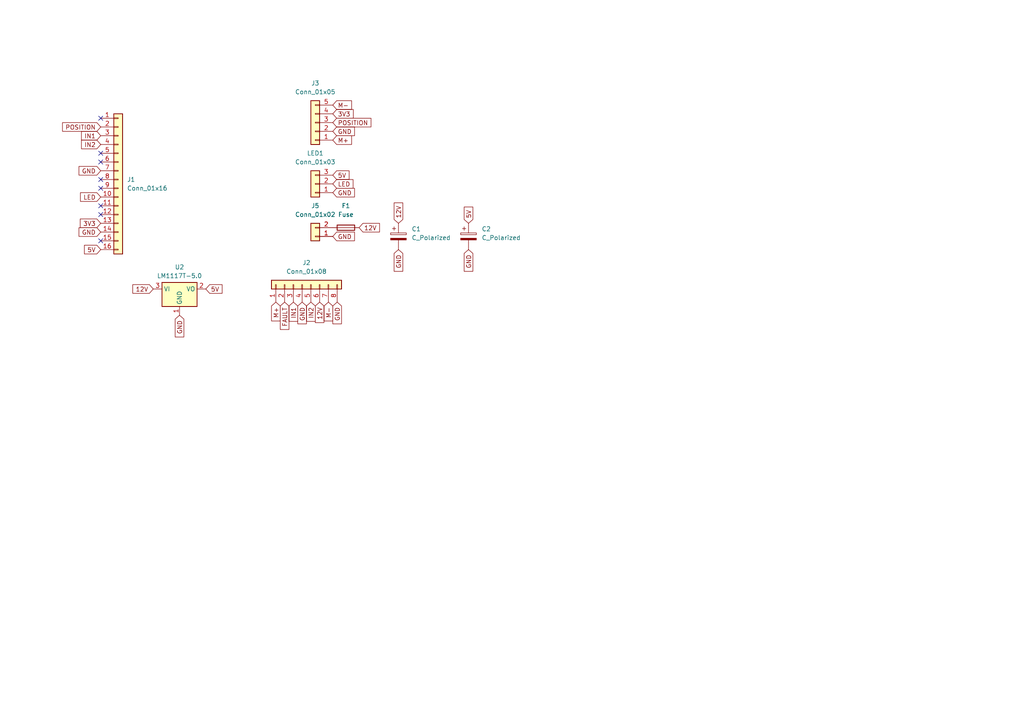
<source format=kicad_sch>
(kicad_sch (version 20231120) (generator "eeschema") (generator_version "8.0")
  (paper "A4")
  (lib_symbols
    (symbol "Connector_Generic:Conn_01x02" (pin_names (offset 1.016) hide)
      (property "Reference" "J" (at 0 2.54 0))
      (property "Value" "Conn_01x02" (at 0 -5.08 0))
      (symbol "Conn_01x02_1_1"
        (rectangle (start -1.27 -2.413) (end 0 -2.667) (stroke (width 0.1524)))
        (rectangle (start -1.27 0.127) (end 0 -0.127) (stroke (width 0.1524)))
        (rectangle (start -1.27 1.27) (end 1.27 -3.81) (stroke (width 0.254)) (fill (type background)))
        (pin passive line (at -5.08 0 0) (length 3.81) (name "Pin_1") (number "1"))
        (pin passive line (at -5.08 -2.54 0) (length 3.81) (name "Pin_2") (number "2"))
      )
    )
    (symbol "Connector_Generic:Conn_01x03" (pin_names (offset 1.016) hide)
      (property "Reference" "J" (at 0 5.08 0))
      (property "Value" "Conn_01x03" (at 0 -5.08 0))
      (symbol "Conn_01x03_1_1"
        (rectangle (start -1.27 -2.413) (end 0 -2.667) (stroke (width 0.1524)))
        (rectangle (start -1.27 0.127) (end 0 -0.127) (stroke (width 0.1524)))
        (rectangle (start -1.27 2.667) (end 0 2.413) (stroke (width 0.1524)))
        (rectangle (start -1.27 3.81) (end 1.27 -3.81) (stroke (width 0.254)) (fill (type background)))
        (pin passive line (at -5.08 2.54 0) (length 3.81) (name "Pin_1") (number "1"))
        (pin passive line (at -5.08 0 0) (length 3.81) (name "Pin_2") (number "2"))
        (pin passive line (at -5.08 -2.54 0) (length 3.81) (name "Pin_3") (number "3"))
      )
    )
    (symbol "Connector_Generic:Conn_01x05" (pin_names (offset 1.016) hide)
      (property "Reference" "J" (at 0 7.62 0))
      (property "Value" "Conn_01x05" (at 0 -7.62 0))
      (symbol "Conn_01x05_1_1"
        (rectangle (start -1.27 -4.953) (end 0 -5.207) (stroke (width 0.1524)))
        (rectangle (start -1.27 -2.413) (end 0 -2.667) (stroke (width 0.1524)))
        (rectangle (start -1.27 0.127) (end 0 -0.127) (stroke (width 0.1524)))
        (rectangle (start -1.27 2.667) (end 0 2.413) (stroke (width 0.1524)))
        (rectangle (start -1.27 5.207) (end 0 4.953) (stroke (width 0.1524)))
        (rectangle (start -1.27 6.35) (end 1.27 -6.35) (stroke (width 0.254)) (fill (type background)))
        (pin passive line (at -5.08 5.08 0) (length 3.81) (name "Pin_1") (number "1"))
        (pin passive line (at -5.08 2.54 0) (length 3.81) (name "Pin_2") (number "2"))
        (pin passive line (at -5.08 0 0) (length 3.81) (name "Pin_3") (number "3"))
        (pin passive line (at -5.08 -2.54 0) (length 3.81) (name "Pin_4") (number "4"))
        (pin passive line (at -5.08 -5.08 0) (length 3.81) (name "Pin_5") (number "5"))
      )
    )
    (symbol "Connector_Generic:Conn_01x08" (pin_names (offset 1.016) hide)
      (property "Reference" "J" (at 0 10.16 0))
      (property "Value" "Conn_01x08" (at 0 -12.7 0))
      (symbol "Conn_01x08_1_1"
        (rectangle (start -1.27 -10.033) (end 0 -10.287) (stroke (width 0.1524)))
        (rectangle (start -1.27 -7.493) (end 0 -7.747) (stroke (width 0.1524)))
        (rectangle (start -1.27 -4.953) (end 0 -5.207) (stroke (width 0.1524)))
        (rectangle (start -1.27 -2.413) (end 0 -2.667) (stroke (width 0.1524)))
        (rectangle (start -1.27 0.127) (end 0 -0.127) (stroke (width 0.1524)))
        (rectangle (start -1.27 2.667) (end 0 2.413) (stroke (width 0.1524)))
        (rectangle (start -1.27 5.207) (end 0 4.953) (stroke (width 0.1524)))
        (rectangle (start -1.27 7.747) (end 0 7.493) (stroke (width 0.1524)))
        (rectangle (start -1.27 8.89) (end 1.27 -11.43) (stroke (width 0.254)) (fill (type background)))
        (pin passive line (at -5.08 7.62 0) (length 3.81) (name "Pin_1") (number "1"))
        (pin passive line (at -5.08 5.08 0) (length 3.81) (name "Pin_2") (number "2"))
        (pin passive line (at -5.08 2.54 0) (length 3.81) (name "Pin_3") (number "3"))
        (pin passive line (at -5.08 0 0) (length 3.81) (name "Pin_4") (number "4"))
        (pin passive line (at -5.08 -2.54 0) (length 3.81) (name "Pin_5") (number "5"))
        (pin passive line (at -5.08 -5.08 0) (length 3.81) (name "Pin_6") (number "6"))
        (pin passive line (at -5.08 -7.62 0) (length 3.81) (name "Pin_7") (number "7"))
        (pin passive line (at -5.08 -10.16 0) (length 3.81) (name "Pin_8") (number "8"))
      )
    )
    (symbol "Connector_Generic:Conn_01x16" (pin_names (offset 1.016) hide)
      (property "Reference" "J" (at 0 20.32 0))
      (property "Value" "Conn_01x16" (at 0 -22.86 0))
      (symbol "Conn_01x16_1_1"
        (rectangle (start -1.27 -20.193) (end 0 -20.447) (stroke (width 0.1524)))
        (rectangle (start -1.27 -17.653) (end 0 -17.907) (stroke (width 0.1524)))
        (rectangle (start -1.27 -15.113) (end 0 -15.367) (stroke (width 0.1524)))
        (rectangle (start -1.27 -12.573) (end 0 -12.827) (stroke (width 0.1524)))
        (rectangle (start -1.27 -10.033) (end 0 -10.287) (stroke (width 0.1524)))
        (rectangle (start -1.27 -7.493) (end 0 -7.747) (stroke (width 0.1524)))
        (rectangle (start -1.27 -4.953) (end 0 -5.207) (stroke (width 0.1524)))
        (rectangle (start -1.27 -2.413) (end 0 -2.667) (stroke (width 0.1524)))
        (rectangle (start -1.27 0.127) (end 0 -0.127) (stroke (width 0.1524)))
        (rectangle (start -1.27 2.667) (end 0 2.413) (stroke (width 0.1524)))
        (rectangle (start -1.27 5.207) (end 0 4.953) (stroke (width 0.1524)))
        (rectangle (start -1.27 7.747) (end 0 7.493) (stroke (width 0.1524)))
        (rectangle (start -1.27 10.287) (end 0 10.033) (stroke (width 0.1524)))
        (rectangle (start -1.27 12.827) (end 0 12.573) (stroke (width 0.1524)))
        (rectangle (start -1.27 15.367) (end 0 15.113) (stroke (width 0.1524)))
        (rectangle (start -1.27 17.907) (end 0 17.653) (stroke (width 0.1524)))
        (rectangle (start -1.27 19.05) (end 1.27 -21.59) (stroke (width 0.254)) (fill (type background)))
        (pin passive line (at -5.08 17.78 0) (length 3.81) (name "Pin_1") (number "1"))
        (pin passive line (at -5.08 -5.08 0) (length 3.81) (name "Pin_10") (number "10"))
        (pin passive line (at -5.08 -7.62 0) (length 3.81) (name "Pin_11") (number "11"))
        (pin passive line (at -5.08 -10.16 0) (length 3.81) (name "Pin_12") (number "12"))
        (pin passive line (at -5.08 -12.7 0) (length 3.81) (name "Pin_13") (number "13"))
        (pin passive line (at -5.08 -15.24 0) (length 3.81) (name "Pin_14") (number "14"))
        (pin passive line (at -5.08 -17.78 0) (length 3.81) (name "Pin_15") (number "15"))
        (pin passive line (at -5.08 -20.32 0) (length 3.81) (name "Pin_16") (number "16"))
        (pin passive line (at -5.08 15.24 0) (length 3.81) (name "Pin_2") (number "2"))
        (pin passive line (at -5.08 12.7 0) (length 3.81) (name "Pin_3") (number "3"))
        (pin passive line (at -5.08 10.16 0) (length 3.81) (name "Pin_4") (number "4"))
        (pin passive line (at -5.08 7.62 0) (length 3.81) (name "Pin_5") (number "5"))
        (pin passive line (at -5.08 5.08 0) (length 3.81) (name "Pin_6") (number "6"))
        (pin passive line (at -5.08 2.54 0) (length 3.81) (name "Pin_7") (number "7"))
        (pin passive line (at -5.08 0 0) (length 3.81) (name "Pin_8") (number "8"))
        (pin passive line (at -5.08 -2.54 0) (length 3.81) (name "Pin_9") (number "9"))
      )
    )
    (symbol "Device:C_Polarized" (pin_numbers hide) (pin_names (offset 0.254))
      (property "Reference" "C" (at 0.635 2.54 0))
      (property "Value" "C_Polarized" (at 0.635 -2.54 0))
      (symbol "C_Polarized_0_1"
        (rectangle (start -2.286 0.508) (end 2.286 1.016))
        (polyline (pts (xy -1.778 2.286) (xy -0.762 2.286)))
        (polyline (pts (xy -1.27 2.794) (xy -1.27 1.778)))
        (rectangle (start 2.286 -0.508) (end -2.286 -1.016) (fill (type outline)))
      )
      (symbol "C_Polarized_1_1"
        (pin passive line (at 0 3.81 270) (length 2.794) (name "~") (number "1"))
        (pin passive line (at 0 -3.81 90) (length 2.794) (name "~") (number "2"))
      )
    )
    (symbol "Device:Fuse" (pin_numbers hide) (pin_names (offset 0))
      (property "Reference" "F" (at 2.032 0 90))
      (property "Value" "Fuse" (at -1.905 0 90))
      (symbol "Fuse_0_1"
        (rectangle (start -0.762 -2.54) (end 0.762 2.54) (stroke (width 0.254)))
        (polyline (pts (xy 0 2.54) (xy 0 -2.54)))
      )
      (symbol "Fuse_1_1"
        (pin passive line (at 0 3.81 270) (length 1.27) (name "~") (number "1"))
        (pin passive line (at 0 -3.81 90) (length 1.27) (name "~") (number "2"))
      )
    )
    (symbol "Regulator_Linear:LM1117T-5.0"
      (property "Reference" "U" (at -3.81 3.175 0))
      (property "Value" "LM1117T-5.0" (at 0 3.175 0))
      (symbol "LM1117T-5.0_0_1"
        (rectangle (start -5.08 -5.08) (end 5.08 1.905) (stroke (width 0.254)) (fill (type background)))
      )
      (symbol "LM1117T-5.0_1_1"
        (pin power_in line (at 0 -7.62 90) (length 2.54) (name "GND") (number "1"))
        (pin power_out line (at 7.62 0 180) (length 2.54) (name "VO") (number "2"))
        (pin power_in line (at -7.62 0 0) (length 2.54) (name "VI") (number "3"))
      )
    )
  )
  (no_connect (at 29.21 52.07))
  (no_connect (at 29.21 46.99))
  (no_connect (at 29.21 62.23))
  (no_connect (at 29.21 44.45))
  (no_connect (at 29.21 69.85))
  (no_connect (at 29.21 34.29))
  (no_connect (at 29.21 59.69))
  (no_connect (at 29.21 54.61))
  (global_label "GND" (shape input) (at 135.89 72.39 270) (property "Intersheetrefs" "${INTERSHEET_REFS}" (effects (hide yes))))
  (global_label "POSITION" (shape input) (at 29.21 36.83 180) (property "Intersheetrefs" "${INTERSHEET_REFS}" (effects (hide yes))))
  (global_label "12V" (shape input) (at 115.57 64.77 90) (property "Intersheetrefs" "${INTERSHEET_REFS}" (effects (hide yes))))
  (global_label "IN2" (shape input) (at 29.21 41.91 180) (property "Intersheetrefs" "${INTERSHEET_REFS}" (effects (hide yes))))
  (global_label "5V" (shape input) (at 135.89 64.77 90) (property "Intersheetrefs" "${INTERSHEET_REFS}" (effects (hide yes))))
  (global_label "5V" (shape input) (at 59.69 83.82 0) (property "Intersheetrefs" "${INTERSHEET_REFS}" (effects (hide yes))))
  (global_label "5V" (shape input) (at 29.21 72.39 180) (property "Intersheetrefs" "${INTERSHEET_REFS}" (effects (hide yes))))
  (global_label "GND" (shape input) (at 115.57 72.39 270) (property "Intersheetrefs" "${INTERSHEET_REFS}" (effects (hide yes))))
  (global_label "POSITION" (shape input) (at 96.52 35.56 0) (property "Intersheetrefs" "${INTERSHEET_REFS}" (effects (hide yes))))
  (global_label "12V" (shape input) (at 92.71 87.63 270) (property "Intersheetrefs" "${INTERSHEET_REFS}" (effects (hide yes))))
  (global_label "3V3" (shape input) (at 96.52 33.02 0) (property "Intersheetrefs" "${INTERSHEET_REFS}" (effects (hide yes))))
  (global_label "M-" (shape input) (at 95.25 87.63 270) (property "Intersheetrefs" "${INTERSHEET_REFS}" (effects (hide yes))))
  (global_label "LED" (shape input) (at 29.21 57.15 180) (property "Intersheetrefs" "${INTERSHEET_REFS}" (effects (hide yes))))
  (global_label "GND" (shape input) (at 87.63 87.63 270) (property "Intersheetrefs" "${INTERSHEET_REFS}" (effects (hide yes))))
  (global_label "5V" (shape input) (at 96.52 50.8 0) (property "Intersheetrefs" "${INTERSHEET_REFS}" (effects (hide yes))))
  (global_label "GND" (shape input) (at 96.52 68.58 0) (property "Intersheetrefs" "${INTERSHEET_REFS}" (effects (hide yes))))
  (global_label "GND" (shape input) (at 97.79 87.63 270) (property "Intersheetrefs" "${INTERSHEET_REFS}" (effects (hide yes))))
  (global_label "IN1" (shape input) (at 85.09 87.63 270) (property "Intersheetrefs" "${INTERSHEET_REFS}" (effects (hide yes))))
  (global_label "M+" (shape input) (at 80.01 87.63 270) (property "Intersheetrefs" "${INTERSHEET_REFS}" (effects (hide yes))))
  (global_label "GND" (shape input) (at 96.52 55.88 0) (property "Intersheetrefs" "${INTERSHEET_REFS}" (effects (hide yes))))
  (global_label "GND" (shape input) (at 29.21 67.31 180) (property "Intersheetrefs" "${INTERSHEET_REFS}" (effects (hide yes))))
  (global_label "IN1" (shape input) (at 29.21 39.37 180) (property "Intersheetrefs" "${INTERSHEET_REFS}" (effects (hide yes))))
  (global_label "3V3" (shape input) (at 29.21 64.77 180) (property "Intersheetrefs" "${INTERSHEET_REFS}" (effects (hide yes))))
  (global_label "M+" (shape input) (at 96.52 40.64 0) (property "Intersheetrefs" "${INTERSHEET_REFS}" (effects (hide yes))))
  (global_label "GND" (shape input) (at 29.21 49.53 180) (property "Intersheetrefs" "${INTERSHEET_REFS}" (effects (hide yes))))
  (global_label "LED" (shape input) (at 96.52 53.34 0) (property "Intersheetrefs" "${INTERSHEET_REFS}" (effects (hide yes))))
  (global_label "GND" (shape input) (at 52.07 91.44 270) (property "Intersheetrefs" "${INTERSHEET_REFS}" (effects (hide yes))))
  (global_label "12V" (shape input) (at 104.14 66.04 0) (property "Intersheetrefs" "${INTERSHEET_REFS}" (effects (hide yes))))
  (global_label "FAULT" (shape input) (at 82.55 87.63 270) (property "Intersheetrefs" "${INTERSHEET_REFS}" (effects (hide yes))))
  (global_label "12V" (shape input) (at 44.45 83.82 180) (property "Intersheetrefs" "${INTERSHEET_REFS}" (effects (hide yes))))
  (global_label "IN2" (shape input) (at 90.17 87.63 270) (property "Intersheetrefs" "${INTERSHEET_REFS}" (effects (hide yes))))
  (global_label "M-" (shape input) (at 96.52 30.48 0) (property "Intersheetrefs" "${INTERSHEET_REFS}" (effects (hide yes))))
  (global_label "GND" (shape input) (at 96.52 38.1 0) (property "Intersheetrefs" "${INTERSHEET_REFS}" (effects (hide yes))))
  (symbol (lib_id "Connector_Generic:Conn_01x08") (at 87.63 82.55 90) (unit 1)
    (property "Reference" "J2" (at 88.9 76.2 90))
    (property "Value" "Conn_01x08" (at 88.9 78.74 90))
    (property "Footprint" "tle5205:DPAK127P1500X440-8N" (effects (hide yes)))
    (property "Description" "Generic connector, single row, 01x08, script generated (kicad-library-utils/schlib/autogen/connector/)" (effects (hide yes)))
  )
  (symbol (lib_id "Device:C_Polarized") (at 135.89 68.58 0) (unit 1)
    (property "Reference" "C2" (at 139.7 66.4209 0) (effects (justify left)))
    (property "Value" "C_Polarized" (at 139.7 68.9609 0) (effects (justify left)))
    (property "Footprint" "Capacitor_THT:CP_Radial_D10.0mm_P7.50mm" (effects (hide yes)))
    (property "Description" "Polarized capacitor" (effects (hide yes)))
  )
  (symbol (lib_id "Connector_Generic:Conn_01x05") (at 91.44 35.56 180) (unit 1)
    (property "Reference" "J3" (at 91.44 24.13 0))
    (property "Value" "Conn_01x05" (at 91.44 26.67 0))
    (property "Footprint" "TerminalBlock_Phoenix:TerminalBlock_Phoenix_MKDS-1,5-5_1x05_P5.00mm_Horizontal" (effects (hide yes)))
    (property "Description" "Generic connector, single row, 01x05, script generated (kicad-library-utils/schlib/autogen/connector/)" (effects (hide yes)))
  )
  (symbol (lib_id "Connector_Generic:Conn_01x03") (at 91.44 53.34 180) (unit 1)
    (property "Reference" "LED1" (at 91.44 44.45 0))
    (property "Value" "Conn_01x03" (at 91.44 46.99 0))
    (property "Footprint" "Connector_PinHeader_2.54mm:PinHeader_1x03_P2.54mm_Vertical" (effects (hide yes)))
    (property "Description" "Generic connector, single row, 01x03, script generated (kicad-library-utils/schlib/autogen/connector/)" (effects (hide yes)))
  )
  (symbol (lib_id "Regulator_Linear:LM1117T-5.0") (at 52.07 83.82 0) (unit 1)
    (property "Reference" "U2" (at 52.07 77.47 0))
    (property "Value" "LM1117T-5.0" (at 52.07 80.01 0))
    (property "Footprint" "Package_TO_SOT_THT:TO-220-3_Vertical" (effects (hide yes)))
    (property "Datasheet" "http://www.ti.com/lit/ds/symlink/lm1117.pdf" (effects (hide yes)))
    (property "Description" "800mA Low-Dropout Linear Regulator, 5.0V fixed output, TO-220" (effects (hide yes)))
  )
  (symbol (lib_id "Connector_Generic:Conn_01x02") (at 91.44 68.58 180) (unit 1)
    (property "Reference" "J5" (at 91.44 59.69 0))
    (property "Value" "Conn_01x02" (at 91.44 62.23 0))
    (property "Footprint" "TerminalBlock_Phoenix:TerminalBlock_Phoenix_MKDS-1,5-2_1x02_P5.00mm_Horizontal" (effects (hide yes)))
    (property "Description" "Generic connector, single row, 01x02, script generated (kicad-library-utils/schlib/autogen/connector/)" (effects (hide yes)))
  )
  (symbol (lib_id "Connector_Generic:Conn_01x16") (at 34.29 52.07 0) (unit 1)
    (property "Reference" "J1" (at 36.83 52.0699 0) (effects (justify left)))
    (property "Value" "Conn_01x16" (at 36.83 54.6099 0) (effects (justify left)))
    (property "Footprint" "Connector_PinHeader_2.54mm:PinHeader_1x16_P2.54mm_Vertical" (effects (hide yes)))
    (property "Description" "Generic connector, single row, 01x16, script generated (kicad-library-utils/schlib/autogen/connector/)" (effects (hide yes)))
  )
  (symbol (lib_id "Device:C_Polarized") (at 115.57 68.58 0) (unit 1)
    (property "Reference" "C1" (at 119.38 66.4209 0) (effects (justify left)))
    (property "Value" "C_Polarized" (at 119.38 68.9609 0) (effects (justify left)))
    (property "Footprint" "Capacitor_THT:CP_Radial_D10.0mm_P7.50mm" (effects (hide yes)))
    (property "Description" "Polarized capacitor" (effects (hide yes)))
  )
  (symbol (lib_id "Device:Fuse") (at 100.33 66.04 90) (unit 1)
    (property "Reference" "F1" (at 100.33 59.69 90))
    (property "Value" "Fuse" (at 100.33 62.23 90))
    (property "Footprint" "Fuse:Fuseholder_Clip-5x20mm_Keystone_3517_Inline_P23.11x6.76mm_D1.70mm_Horizontal" (effects (hide yes)))
    (property "Description" "Fuse" (effects (hide yes)))
  )
)
</source>
